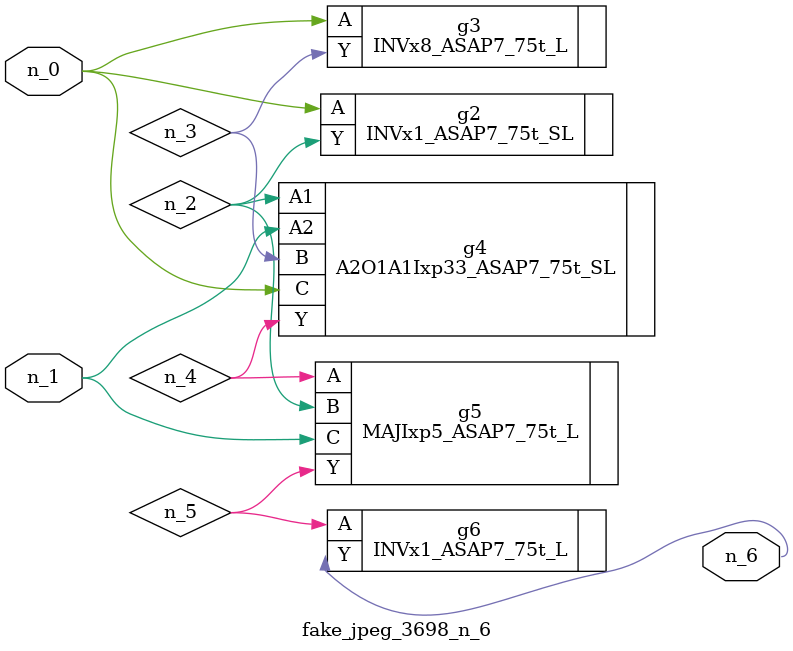
<source format=v>
module fake_jpeg_3698_n_6 (n_0, n_1, n_6);

input n_0;
input n_1;

output n_6;

wire n_3;
wire n_2;
wire n_4;
wire n_5;

INVx1_ASAP7_75t_SL g2 ( 
.A(n_0),
.Y(n_2)
);

INVx8_ASAP7_75t_L g3 ( 
.A(n_0),
.Y(n_3)
);

A2O1A1Ixp33_ASAP7_75t_SL g4 ( 
.A1(n_2),
.A2(n_1),
.B(n_3),
.C(n_0),
.Y(n_4)
);

MAJIxp5_ASAP7_75t_L g5 ( 
.A(n_4),
.B(n_2),
.C(n_1),
.Y(n_5)
);

INVx1_ASAP7_75t_L g6 ( 
.A(n_5),
.Y(n_6)
);


endmodule
</source>
